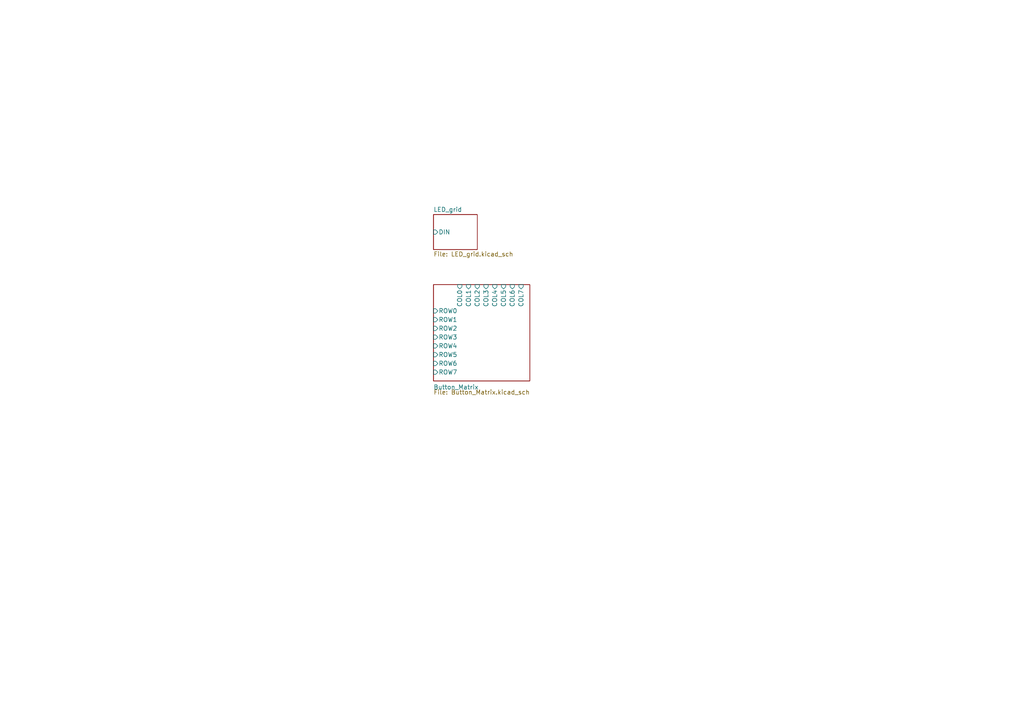
<source format=kicad_sch>
(kicad_sch (version 20211123) (generator eeschema)
  (paper "A4")
  (lib_symbols)
  (sheet (at 125.73 82.55) (size 27.94 27.94) (stroke (width 0.1524))
    (property "Sheet name" "Button_Matrix" (at 125.73 113.03 0) (effects (justify left bottom)))
    (property "Sheet file" "Button_Matrix.kicad_sch" (at 125.73 113.03 0) (effects (justify left top)))
    (pin "COL2" input (at 138.43 82.55 90))
    (pin "COL0" input (at 133.35 82.55 90))
    (pin "COL1" input (at 135.89 82.55 90))
    (pin "COL4" input (at 143.51 82.55 90))
    (pin "COL5" input (at 146.05 82.55 90))
    (pin "COL3" input (at 140.97 82.55 90))
    (pin "COL6" input (at 148.59 82.55 90))
    (pin "COL7" input (at 151.13 82.55 90))
    (pin "ROW6" input (at 125.73 105.41 180))
    (pin "ROW7" input (at 125.73 107.95 180))
    (pin "ROW5" input (at 125.73 102.87 180))
    (pin "ROW0" input (at 125.73 90.17 180))
    (pin "ROW1" input (at 125.73 92.71 180))
    (pin "ROW2" input (at 125.73 95.25 180))
    (pin "ROW3" input (at 125.73 97.79 180))
    (pin "ROW4" input (at 125.73 100.33 180))
  )
  (sheet (at 125.73 62.23) (size 12.7 10.16) (stroke (width 0.1524))
    (property "Sheet name" "LED_grid" (at 125.73 61.5184 0) (effects (justify left bottom)))
    (property "Sheet file" "LED_grid.kicad_sch" (at 125.73 72.9746 0) (effects (justify left top)))
    (pin "DIN" input (at 125.73 67.31 180))
  )
)
</source>
